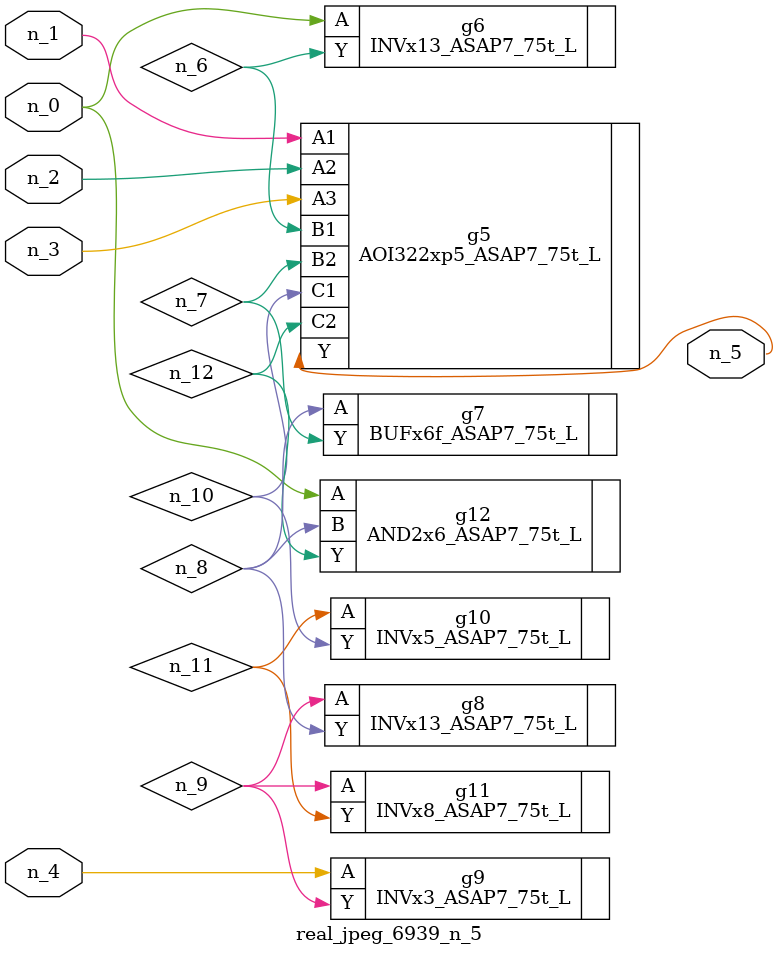
<source format=v>
module real_jpeg_6939_n_5 (n_4, n_0, n_1, n_2, n_3, n_5);

input n_4;
input n_0;
input n_1;
input n_2;
input n_3;

output n_5;

wire n_12;
wire n_8;
wire n_11;
wire n_6;
wire n_7;
wire n_10;
wire n_9;

INVx13_ASAP7_75t_L g6 ( 
.A(n_0),
.Y(n_6)
);

AND2x6_ASAP7_75t_L g12 ( 
.A(n_0),
.B(n_8),
.Y(n_12)
);

AOI322xp5_ASAP7_75t_L g5 ( 
.A1(n_1),
.A2(n_2),
.A3(n_3),
.B1(n_6),
.B2(n_7),
.C1(n_10),
.C2(n_12),
.Y(n_5)
);

INVx3_ASAP7_75t_L g9 ( 
.A(n_4),
.Y(n_9)
);

BUFx6f_ASAP7_75t_L g7 ( 
.A(n_8),
.Y(n_7)
);

INVx13_ASAP7_75t_L g8 ( 
.A(n_9),
.Y(n_8)
);

INVx8_ASAP7_75t_L g11 ( 
.A(n_9),
.Y(n_11)
);

INVx5_ASAP7_75t_L g10 ( 
.A(n_11),
.Y(n_10)
);


endmodule
</source>
